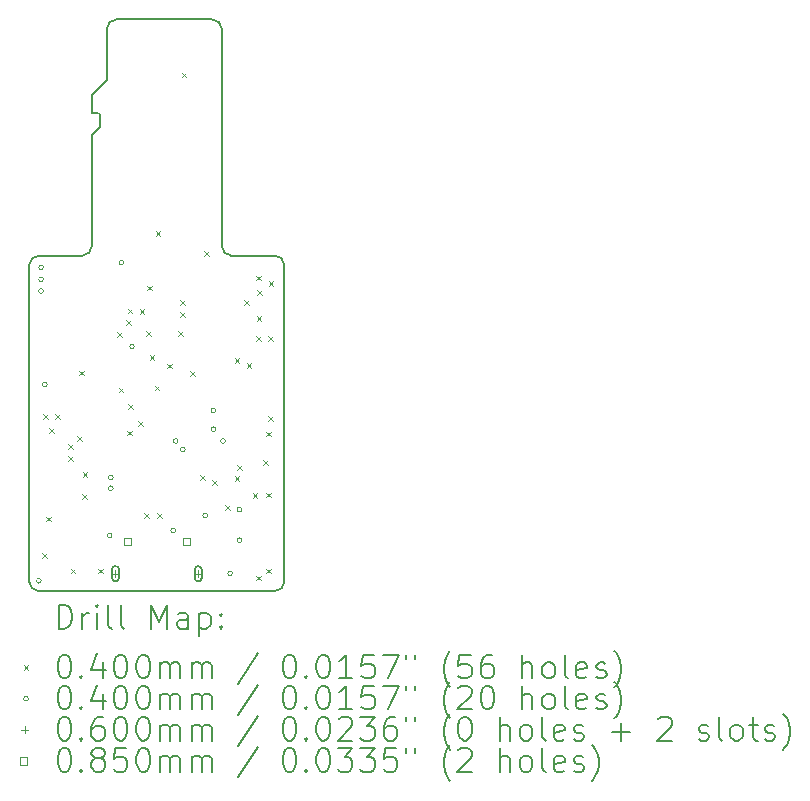
<source format=gbr>
%FSLAX45Y45*%
G04 Gerber Fmt 4.5, Leading zero omitted, Abs format (unit mm)*
G04 Created by KiCad (PCBNEW 6.0.6) date 2022-08-23 18:23:02*
%MOMM*%
%LPD*%
G01*
G04 APERTURE LIST*
%TA.AperFunction,Profile*%
%ADD10C,0.150000*%
%TD*%
%ADD11C,0.200000*%
%ADD12C,0.040000*%
%ADD13C,0.060000*%
%ADD14C,0.085000*%
G04 APERTURE END LIST*
D10*
X13720000Y-10470000D02*
G75*
G03*
X13640000Y-10550000I0J-80000D01*
G01*
X15800000Y-10550000D02*
G75*
G03*
X15720000Y-10470000I-80000J0D01*
G01*
X13640000Y-10550000D02*
X13640000Y-13230000D01*
X13640000Y-13230000D02*
G75*
G03*
X13720000Y-13310000I80000J0D01*
G01*
X15720000Y-13310000D02*
G75*
G03*
X15800000Y-13230000I0J80000D01*
G01*
X15800000Y-13230000D02*
X15800000Y-10550000D01*
X14090000Y-10470000D02*
X13720000Y-10470000D01*
X15720000Y-10470000D02*
X15350000Y-10470000D01*
X14170000Y-9890000D02*
X14170000Y-10390000D01*
X15270000Y-9890000D02*
X15270000Y-10390000D01*
X14170000Y-9450000D02*
X14170000Y-9890000D01*
X15270000Y-9890000D02*
X15270000Y-8550000D01*
X15270000Y-10390000D02*
G75*
G03*
X15350000Y-10470000I80000J0D01*
G01*
X14376000Y-8471000D02*
G75*
G03*
X14296000Y-8551000I0J-80000D01*
G01*
X13720000Y-13310000D02*
X15720000Y-13310000D01*
X14240000Y-9280000D02*
X14240000Y-9380000D01*
X14090000Y-10470000D02*
G75*
G03*
X14170000Y-10390000I0J80000D01*
G01*
X15270000Y-8550000D02*
G75*
G03*
X15189000Y-8471000I-80000J-1000D01*
G01*
X14240000Y-9380000D02*
X14170000Y-9450000D01*
X15189000Y-8471000D02*
X14376000Y-8471000D01*
X14169000Y-9110000D02*
X14169000Y-9260000D01*
X14169000Y-9260000D02*
X14219000Y-9260000D01*
X14296000Y-8983000D02*
X14296000Y-8551000D01*
X14240000Y-9280000D02*
G75*
G03*
X14219001Y-9260025I-20000J0D01*
G01*
X14296000Y-8983000D02*
X14169000Y-9110000D01*
D11*
D12*
X13750000Y-12990000D02*
X13790000Y-13030000D01*
X13790000Y-12990000D02*
X13750000Y-13030000D01*
X13758271Y-11811009D02*
X13798271Y-11851009D01*
X13798271Y-11811009D02*
X13758271Y-11851009D01*
X13784730Y-12680000D02*
X13824730Y-12720000D01*
X13824730Y-12680000D02*
X13784730Y-12720000D01*
X13810000Y-11930000D02*
X13850000Y-11970000D01*
X13850000Y-11930000D02*
X13810000Y-11970000D01*
X13857266Y-11810000D02*
X13897266Y-11850000D01*
X13897266Y-11810000D02*
X13857266Y-11850000D01*
X13970000Y-12170000D02*
X14010000Y-12210000D01*
X14010000Y-12170000D02*
X13970000Y-12210000D01*
X13971853Y-12066416D02*
X14011853Y-12106416D01*
X14011853Y-12066416D02*
X13971853Y-12106416D01*
X13990000Y-13120000D02*
X14030000Y-13160000D01*
X14030000Y-13120000D02*
X13990000Y-13160000D01*
X14045271Y-12000001D02*
X14085271Y-12040001D01*
X14085271Y-12000001D02*
X14045271Y-12040001D01*
X14060000Y-11445010D02*
X14100000Y-11485010D01*
X14100000Y-11445010D02*
X14060000Y-11485010D01*
X14090000Y-12490000D02*
X14130000Y-12530000D01*
X14130000Y-12490000D02*
X14090000Y-12530000D01*
X14092637Y-12305523D02*
X14132637Y-12345523D01*
X14132637Y-12305523D02*
X14092637Y-12345523D01*
X14225000Y-13120000D02*
X14265000Y-13160000D01*
X14265000Y-13120000D02*
X14225000Y-13160000D01*
X14381800Y-11115360D02*
X14421800Y-11155360D01*
X14421800Y-11115360D02*
X14381800Y-11155360D01*
X14397040Y-11587800D02*
X14437040Y-11627800D01*
X14437040Y-11587800D02*
X14397040Y-11627800D01*
X14463080Y-11018840D02*
X14503080Y-11058840D01*
X14503080Y-11018840D02*
X14463080Y-11058840D01*
X14467781Y-11951215D02*
X14507781Y-11991215D01*
X14507781Y-11951215D02*
X14467781Y-11991215D01*
X14473387Y-10920021D02*
X14513387Y-10960021D01*
X14513387Y-10920021D02*
X14473387Y-10960021D01*
X14475136Y-11726000D02*
X14515136Y-11766000D01*
X14515136Y-11726000D02*
X14475136Y-11766000D01*
X14560000Y-11870000D02*
X14600000Y-11910000D01*
X14600000Y-11870000D02*
X14560000Y-11910000D01*
X14574840Y-10922320D02*
X14614840Y-10962320D01*
X14614840Y-10922320D02*
X14574840Y-10962320D01*
X14610006Y-12650000D02*
X14650006Y-12690000D01*
X14650006Y-12650000D02*
X14610006Y-12690000D01*
X14630000Y-11110000D02*
X14670000Y-11150000D01*
X14670000Y-11110000D02*
X14630000Y-11150000D01*
X14641050Y-10724200D02*
X14681050Y-10764200D01*
X14681050Y-10724200D02*
X14641050Y-10764200D01*
X14660000Y-11310000D02*
X14700000Y-11350000D01*
X14700000Y-11310000D02*
X14660000Y-11350000D01*
X14702552Y-11570147D02*
X14742552Y-11610147D01*
X14742552Y-11570147D02*
X14702552Y-11610147D01*
X14710000Y-10260000D02*
X14750000Y-10300000D01*
X14750000Y-10260000D02*
X14710000Y-10300000D01*
X14720002Y-12650000D02*
X14760002Y-12690000D01*
X14760002Y-12650000D02*
X14720002Y-12690000D01*
X14810000Y-11384000D02*
X14850000Y-11424000D01*
X14850000Y-11384000D02*
X14810000Y-11424000D01*
X14900000Y-11112500D02*
X14940000Y-11152500D01*
X14940000Y-11112500D02*
X14900000Y-11152500D01*
X14920000Y-10850000D02*
X14960000Y-10890000D01*
X14960000Y-10850000D02*
X14920000Y-10890000D01*
X14920000Y-10950000D02*
X14960000Y-10990000D01*
X14960000Y-10950000D02*
X14920000Y-10990000D01*
X14930000Y-8920000D02*
X14970000Y-8960000D01*
X14970000Y-8920000D02*
X14930000Y-8960000D01*
X15000000Y-11450000D02*
X15040000Y-11490000D01*
X15040000Y-11450000D02*
X15000000Y-11490000D01*
X15085701Y-12329000D02*
X15125701Y-12369000D01*
X15125701Y-12329000D02*
X15085701Y-12369000D01*
X15120000Y-10430000D02*
X15160000Y-10470000D01*
X15160000Y-10430000D02*
X15120000Y-10470000D01*
X15191405Y-12371175D02*
X15231405Y-12411175D01*
X15231405Y-12371175D02*
X15191405Y-12411175D01*
X15300000Y-12580000D02*
X15340000Y-12620000D01*
X15340000Y-12580000D02*
X15300000Y-12620000D01*
X15380000Y-11340000D02*
X15420000Y-11380000D01*
X15420000Y-11340000D02*
X15380000Y-11380000D01*
X15380000Y-12340000D02*
X15420000Y-12380000D01*
X15420000Y-12340000D02*
X15380000Y-12380000D01*
X15400000Y-12242500D02*
X15440000Y-12282500D01*
X15440000Y-12242500D02*
X15400000Y-12282500D01*
X15460000Y-10850000D02*
X15500000Y-10890000D01*
X15500000Y-10850000D02*
X15460000Y-10890000D01*
X15480000Y-11380000D02*
X15520000Y-11420000D01*
X15520000Y-11380000D02*
X15480000Y-11420000D01*
X15531011Y-12478469D02*
X15571011Y-12518469D01*
X15571011Y-12478469D02*
X15531011Y-12518469D01*
X15560000Y-10640000D02*
X15600000Y-10680000D01*
X15600000Y-10640000D02*
X15560000Y-10680000D01*
X15560000Y-11150000D02*
X15600000Y-11190000D01*
X15600000Y-11150000D02*
X15560000Y-11190000D01*
X15560000Y-13180000D02*
X15600000Y-13220000D01*
X15600000Y-13180000D02*
X15560000Y-13220000D01*
X15565396Y-10982757D02*
X15605396Y-11022757D01*
X15605396Y-10982757D02*
X15565396Y-11022757D01*
X15570993Y-10760000D02*
X15610993Y-10800000D01*
X15610993Y-10760000D02*
X15570993Y-10800000D01*
X15622762Y-12200361D02*
X15662762Y-12240361D01*
X15662762Y-12200361D02*
X15622762Y-12240361D01*
X15644004Y-13120000D02*
X15684004Y-13160000D01*
X15684004Y-13120000D02*
X15644004Y-13160000D01*
X15644497Y-11960000D02*
X15684497Y-12000000D01*
X15684497Y-11960000D02*
X15644497Y-12000000D01*
X15646720Y-12476800D02*
X15686720Y-12516800D01*
X15686720Y-12476800D02*
X15646720Y-12516800D01*
X15660000Y-11150000D02*
X15700000Y-11190000D01*
X15700000Y-11150000D02*
X15660000Y-11190000D01*
X15660000Y-11830000D02*
X15700000Y-11870000D01*
X15700000Y-11830000D02*
X15660000Y-11870000D01*
X15667040Y-10683560D02*
X15707040Y-10723560D01*
X15707040Y-10683560D02*
X15667040Y-10723560D01*
X13741080Y-13223240D02*
G75*
G03*
X13741080Y-13223240I-20000J0D01*
G01*
X13760000Y-10570000D02*
G75*
G03*
X13760000Y-10570000I-20000J0D01*
G01*
X13760000Y-10670000D02*
G75*
G03*
X13760000Y-10670000I-20000J0D01*
G01*
X13760000Y-10770000D02*
G75*
G03*
X13760000Y-10770000I-20000J0D01*
G01*
X13792000Y-11562000D02*
G75*
G03*
X13792000Y-11562000I-20000J0D01*
G01*
X14340000Y-12840000D02*
G75*
G03*
X14340000Y-12840000I-20000J0D01*
G01*
X14350000Y-12350000D02*
G75*
G03*
X14350000Y-12350000I-20000J0D01*
G01*
X14350000Y-12440000D02*
G75*
G03*
X14350000Y-12440000I-20000J0D01*
G01*
X14440000Y-10530000D02*
G75*
G03*
X14440000Y-10530000I-20000J0D01*
G01*
X14530000Y-11240000D02*
G75*
G03*
X14530000Y-11240000I-20000J0D01*
G01*
X14879000Y-12796520D02*
G75*
G03*
X14879000Y-12796520I-20000J0D01*
G01*
X14900000Y-12040000D02*
G75*
G03*
X14900000Y-12040000I-20000J0D01*
G01*
X14960000Y-12110000D02*
G75*
G03*
X14960000Y-12110000I-20000J0D01*
G01*
X15150000Y-12670000D02*
G75*
G03*
X15150000Y-12670000I-20000J0D01*
G01*
X15219360Y-11780520D02*
G75*
G03*
X15219360Y-11780520I-20000J0D01*
G01*
X15220000Y-11940000D02*
G75*
G03*
X15220000Y-11940000I-20000J0D01*
G01*
X15300000Y-12040000D02*
G75*
G03*
X15300000Y-12040000I-20000J0D01*
G01*
X15360000Y-13160000D02*
G75*
G03*
X15360000Y-13160000I-20000J0D01*
G01*
X15440000Y-12620000D02*
G75*
G03*
X15440000Y-12620000I-20000J0D01*
G01*
X15440000Y-12880000D02*
G75*
G03*
X15440000Y-12880000I-20000J0D01*
G01*
D13*
X14370000Y-13134110D02*
X14370000Y-13194110D01*
X14340000Y-13164110D02*
X14400000Y-13164110D01*
D11*
X14400000Y-13199110D02*
X14400000Y-13129110D01*
X14340000Y-13199110D02*
X14340000Y-13129110D01*
X14400000Y-13129110D02*
G75*
G03*
X14340000Y-13129110I-30000J0D01*
G01*
X14340000Y-13199110D02*
G75*
G03*
X14400000Y-13199110I30000J0D01*
G01*
D13*
X15070000Y-13134110D02*
X15070000Y-13194110D01*
X15040000Y-13164110D02*
X15100000Y-13164110D01*
D11*
X15040000Y-13129110D02*
X15040000Y-13199110D01*
X15100000Y-13129110D02*
X15100000Y-13199110D01*
X15040000Y-13199110D02*
G75*
G03*
X15100000Y-13199110I30000J0D01*
G01*
X15100000Y-13129110D02*
G75*
G03*
X15040000Y-13129110I-30000J0D01*
G01*
D14*
X14500052Y-12924162D02*
X14500052Y-12864058D01*
X14439948Y-12864058D01*
X14439948Y-12924162D01*
X14500052Y-12924162D01*
X15000052Y-12924162D02*
X15000052Y-12864058D01*
X14939948Y-12864058D01*
X14939948Y-12924162D01*
X15000052Y-12924162D01*
D11*
X13890119Y-13627976D02*
X13890119Y-13427976D01*
X13937738Y-13427976D01*
X13966309Y-13437500D01*
X13985357Y-13456548D01*
X13994881Y-13475595D01*
X14004405Y-13513690D01*
X14004405Y-13542262D01*
X13994881Y-13580357D01*
X13985357Y-13599405D01*
X13966309Y-13618452D01*
X13937738Y-13627976D01*
X13890119Y-13627976D01*
X14090119Y-13627976D02*
X14090119Y-13494643D01*
X14090119Y-13532738D02*
X14099643Y-13513690D01*
X14109167Y-13504167D01*
X14128214Y-13494643D01*
X14147262Y-13494643D01*
X14213928Y-13627976D02*
X14213928Y-13494643D01*
X14213928Y-13427976D02*
X14204405Y-13437500D01*
X14213928Y-13447024D01*
X14223452Y-13437500D01*
X14213928Y-13427976D01*
X14213928Y-13447024D01*
X14337738Y-13627976D02*
X14318690Y-13618452D01*
X14309167Y-13599405D01*
X14309167Y-13427976D01*
X14442500Y-13627976D02*
X14423452Y-13618452D01*
X14413928Y-13599405D01*
X14413928Y-13427976D01*
X14671071Y-13627976D02*
X14671071Y-13427976D01*
X14737738Y-13570833D01*
X14804405Y-13427976D01*
X14804405Y-13627976D01*
X14985357Y-13627976D02*
X14985357Y-13523214D01*
X14975833Y-13504167D01*
X14956786Y-13494643D01*
X14918690Y-13494643D01*
X14899643Y-13504167D01*
X14985357Y-13618452D02*
X14966309Y-13627976D01*
X14918690Y-13627976D01*
X14899643Y-13618452D01*
X14890119Y-13599405D01*
X14890119Y-13580357D01*
X14899643Y-13561309D01*
X14918690Y-13551786D01*
X14966309Y-13551786D01*
X14985357Y-13542262D01*
X15080595Y-13494643D02*
X15080595Y-13694643D01*
X15080595Y-13504167D02*
X15099643Y-13494643D01*
X15137738Y-13494643D01*
X15156786Y-13504167D01*
X15166309Y-13513690D01*
X15175833Y-13532738D01*
X15175833Y-13589881D01*
X15166309Y-13608928D01*
X15156786Y-13618452D01*
X15137738Y-13627976D01*
X15099643Y-13627976D01*
X15080595Y-13618452D01*
X15261548Y-13608928D02*
X15271071Y-13618452D01*
X15261548Y-13627976D01*
X15252024Y-13618452D01*
X15261548Y-13608928D01*
X15261548Y-13627976D01*
X15261548Y-13504167D02*
X15271071Y-13513690D01*
X15261548Y-13523214D01*
X15252024Y-13513690D01*
X15261548Y-13504167D01*
X15261548Y-13523214D01*
D12*
X13592500Y-13937500D02*
X13632500Y-13977500D01*
X13632500Y-13937500D02*
X13592500Y-13977500D01*
D11*
X13928214Y-13847976D02*
X13947262Y-13847976D01*
X13966309Y-13857500D01*
X13975833Y-13867024D01*
X13985357Y-13886071D01*
X13994881Y-13924167D01*
X13994881Y-13971786D01*
X13985357Y-14009881D01*
X13975833Y-14028928D01*
X13966309Y-14038452D01*
X13947262Y-14047976D01*
X13928214Y-14047976D01*
X13909167Y-14038452D01*
X13899643Y-14028928D01*
X13890119Y-14009881D01*
X13880595Y-13971786D01*
X13880595Y-13924167D01*
X13890119Y-13886071D01*
X13899643Y-13867024D01*
X13909167Y-13857500D01*
X13928214Y-13847976D01*
X14080595Y-14028928D02*
X14090119Y-14038452D01*
X14080595Y-14047976D01*
X14071071Y-14038452D01*
X14080595Y-14028928D01*
X14080595Y-14047976D01*
X14261548Y-13914643D02*
X14261548Y-14047976D01*
X14213928Y-13838452D02*
X14166309Y-13981309D01*
X14290119Y-13981309D01*
X14404405Y-13847976D02*
X14423452Y-13847976D01*
X14442500Y-13857500D01*
X14452024Y-13867024D01*
X14461548Y-13886071D01*
X14471071Y-13924167D01*
X14471071Y-13971786D01*
X14461548Y-14009881D01*
X14452024Y-14028928D01*
X14442500Y-14038452D01*
X14423452Y-14047976D01*
X14404405Y-14047976D01*
X14385357Y-14038452D01*
X14375833Y-14028928D01*
X14366309Y-14009881D01*
X14356786Y-13971786D01*
X14356786Y-13924167D01*
X14366309Y-13886071D01*
X14375833Y-13867024D01*
X14385357Y-13857500D01*
X14404405Y-13847976D01*
X14594881Y-13847976D02*
X14613928Y-13847976D01*
X14632976Y-13857500D01*
X14642500Y-13867024D01*
X14652024Y-13886071D01*
X14661548Y-13924167D01*
X14661548Y-13971786D01*
X14652024Y-14009881D01*
X14642500Y-14028928D01*
X14632976Y-14038452D01*
X14613928Y-14047976D01*
X14594881Y-14047976D01*
X14575833Y-14038452D01*
X14566309Y-14028928D01*
X14556786Y-14009881D01*
X14547262Y-13971786D01*
X14547262Y-13924167D01*
X14556786Y-13886071D01*
X14566309Y-13867024D01*
X14575833Y-13857500D01*
X14594881Y-13847976D01*
X14747262Y-14047976D02*
X14747262Y-13914643D01*
X14747262Y-13933690D02*
X14756786Y-13924167D01*
X14775833Y-13914643D01*
X14804405Y-13914643D01*
X14823452Y-13924167D01*
X14832976Y-13943214D01*
X14832976Y-14047976D01*
X14832976Y-13943214D02*
X14842500Y-13924167D01*
X14861548Y-13914643D01*
X14890119Y-13914643D01*
X14909167Y-13924167D01*
X14918690Y-13943214D01*
X14918690Y-14047976D01*
X15013928Y-14047976D02*
X15013928Y-13914643D01*
X15013928Y-13933690D02*
X15023452Y-13924167D01*
X15042500Y-13914643D01*
X15071071Y-13914643D01*
X15090119Y-13924167D01*
X15099643Y-13943214D01*
X15099643Y-14047976D01*
X15099643Y-13943214D02*
X15109167Y-13924167D01*
X15128214Y-13914643D01*
X15156786Y-13914643D01*
X15175833Y-13924167D01*
X15185357Y-13943214D01*
X15185357Y-14047976D01*
X15575833Y-13838452D02*
X15404405Y-14095595D01*
X15832976Y-13847976D02*
X15852024Y-13847976D01*
X15871071Y-13857500D01*
X15880595Y-13867024D01*
X15890119Y-13886071D01*
X15899643Y-13924167D01*
X15899643Y-13971786D01*
X15890119Y-14009881D01*
X15880595Y-14028928D01*
X15871071Y-14038452D01*
X15852024Y-14047976D01*
X15832976Y-14047976D01*
X15813928Y-14038452D01*
X15804405Y-14028928D01*
X15794881Y-14009881D01*
X15785357Y-13971786D01*
X15785357Y-13924167D01*
X15794881Y-13886071D01*
X15804405Y-13867024D01*
X15813928Y-13857500D01*
X15832976Y-13847976D01*
X15985357Y-14028928D02*
X15994881Y-14038452D01*
X15985357Y-14047976D01*
X15975833Y-14038452D01*
X15985357Y-14028928D01*
X15985357Y-14047976D01*
X16118690Y-13847976D02*
X16137738Y-13847976D01*
X16156786Y-13857500D01*
X16166309Y-13867024D01*
X16175833Y-13886071D01*
X16185357Y-13924167D01*
X16185357Y-13971786D01*
X16175833Y-14009881D01*
X16166309Y-14028928D01*
X16156786Y-14038452D01*
X16137738Y-14047976D01*
X16118690Y-14047976D01*
X16099643Y-14038452D01*
X16090119Y-14028928D01*
X16080595Y-14009881D01*
X16071071Y-13971786D01*
X16071071Y-13924167D01*
X16080595Y-13886071D01*
X16090119Y-13867024D01*
X16099643Y-13857500D01*
X16118690Y-13847976D01*
X16375833Y-14047976D02*
X16261548Y-14047976D01*
X16318690Y-14047976D02*
X16318690Y-13847976D01*
X16299643Y-13876548D01*
X16280595Y-13895595D01*
X16261548Y-13905119D01*
X16556786Y-13847976D02*
X16461548Y-13847976D01*
X16452024Y-13943214D01*
X16461548Y-13933690D01*
X16480595Y-13924167D01*
X16528214Y-13924167D01*
X16547262Y-13933690D01*
X16556786Y-13943214D01*
X16566309Y-13962262D01*
X16566309Y-14009881D01*
X16556786Y-14028928D01*
X16547262Y-14038452D01*
X16528214Y-14047976D01*
X16480595Y-14047976D01*
X16461548Y-14038452D01*
X16452024Y-14028928D01*
X16632976Y-13847976D02*
X16766309Y-13847976D01*
X16680595Y-14047976D01*
X16832976Y-13847976D02*
X16832976Y-13886071D01*
X16909167Y-13847976D02*
X16909167Y-13886071D01*
X17204405Y-14124167D02*
X17194881Y-14114643D01*
X17175833Y-14086071D01*
X17166310Y-14067024D01*
X17156786Y-14038452D01*
X17147262Y-13990833D01*
X17147262Y-13952738D01*
X17156786Y-13905119D01*
X17166310Y-13876548D01*
X17175833Y-13857500D01*
X17194881Y-13828928D01*
X17204405Y-13819405D01*
X17375833Y-13847976D02*
X17280595Y-13847976D01*
X17271071Y-13943214D01*
X17280595Y-13933690D01*
X17299643Y-13924167D01*
X17347262Y-13924167D01*
X17366310Y-13933690D01*
X17375833Y-13943214D01*
X17385357Y-13962262D01*
X17385357Y-14009881D01*
X17375833Y-14028928D01*
X17366310Y-14038452D01*
X17347262Y-14047976D01*
X17299643Y-14047976D01*
X17280595Y-14038452D01*
X17271071Y-14028928D01*
X17556786Y-13847976D02*
X17518690Y-13847976D01*
X17499643Y-13857500D01*
X17490119Y-13867024D01*
X17471071Y-13895595D01*
X17461548Y-13933690D01*
X17461548Y-14009881D01*
X17471071Y-14028928D01*
X17480595Y-14038452D01*
X17499643Y-14047976D01*
X17537738Y-14047976D01*
X17556786Y-14038452D01*
X17566310Y-14028928D01*
X17575833Y-14009881D01*
X17575833Y-13962262D01*
X17566310Y-13943214D01*
X17556786Y-13933690D01*
X17537738Y-13924167D01*
X17499643Y-13924167D01*
X17480595Y-13933690D01*
X17471071Y-13943214D01*
X17461548Y-13962262D01*
X17813929Y-14047976D02*
X17813929Y-13847976D01*
X17899643Y-14047976D02*
X17899643Y-13943214D01*
X17890119Y-13924167D01*
X17871071Y-13914643D01*
X17842500Y-13914643D01*
X17823452Y-13924167D01*
X17813929Y-13933690D01*
X18023452Y-14047976D02*
X18004405Y-14038452D01*
X17994881Y-14028928D01*
X17985357Y-14009881D01*
X17985357Y-13952738D01*
X17994881Y-13933690D01*
X18004405Y-13924167D01*
X18023452Y-13914643D01*
X18052024Y-13914643D01*
X18071071Y-13924167D01*
X18080595Y-13933690D01*
X18090119Y-13952738D01*
X18090119Y-14009881D01*
X18080595Y-14028928D01*
X18071071Y-14038452D01*
X18052024Y-14047976D01*
X18023452Y-14047976D01*
X18204405Y-14047976D02*
X18185357Y-14038452D01*
X18175833Y-14019405D01*
X18175833Y-13847976D01*
X18356786Y-14038452D02*
X18337738Y-14047976D01*
X18299643Y-14047976D01*
X18280595Y-14038452D01*
X18271071Y-14019405D01*
X18271071Y-13943214D01*
X18280595Y-13924167D01*
X18299643Y-13914643D01*
X18337738Y-13914643D01*
X18356786Y-13924167D01*
X18366310Y-13943214D01*
X18366310Y-13962262D01*
X18271071Y-13981309D01*
X18442500Y-14038452D02*
X18461548Y-14047976D01*
X18499643Y-14047976D01*
X18518690Y-14038452D01*
X18528214Y-14019405D01*
X18528214Y-14009881D01*
X18518690Y-13990833D01*
X18499643Y-13981309D01*
X18471071Y-13981309D01*
X18452024Y-13971786D01*
X18442500Y-13952738D01*
X18442500Y-13943214D01*
X18452024Y-13924167D01*
X18471071Y-13914643D01*
X18499643Y-13914643D01*
X18518690Y-13924167D01*
X18594881Y-14124167D02*
X18604405Y-14114643D01*
X18623452Y-14086071D01*
X18632976Y-14067024D01*
X18642500Y-14038452D01*
X18652024Y-13990833D01*
X18652024Y-13952738D01*
X18642500Y-13905119D01*
X18632976Y-13876548D01*
X18623452Y-13857500D01*
X18604405Y-13828928D01*
X18594881Y-13819405D01*
D12*
X13632500Y-14221500D02*
G75*
G03*
X13632500Y-14221500I-20000J0D01*
G01*
D11*
X13928214Y-14111976D02*
X13947262Y-14111976D01*
X13966309Y-14121500D01*
X13975833Y-14131024D01*
X13985357Y-14150071D01*
X13994881Y-14188167D01*
X13994881Y-14235786D01*
X13985357Y-14273881D01*
X13975833Y-14292928D01*
X13966309Y-14302452D01*
X13947262Y-14311976D01*
X13928214Y-14311976D01*
X13909167Y-14302452D01*
X13899643Y-14292928D01*
X13890119Y-14273881D01*
X13880595Y-14235786D01*
X13880595Y-14188167D01*
X13890119Y-14150071D01*
X13899643Y-14131024D01*
X13909167Y-14121500D01*
X13928214Y-14111976D01*
X14080595Y-14292928D02*
X14090119Y-14302452D01*
X14080595Y-14311976D01*
X14071071Y-14302452D01*
X14080595Y-14292928D01*
X14080595Y-14311976D01*
X14261548Y-14178643D02*
X14261548Y-14311976D01*
X14213928Y-14102452D02*
X14166309Y-14245309D01*
X14290119Y-14245309D01*
X14404405Y-14111976D02*
X14423452Y-14111976D01*
X14442500Y-14121500D01*
X14452024Y-14131024D01*
X14461548Y-14150071D01*
X14471071Y-14188167D01*
X14471071Y-14235786D01*
X14461548Y-14273881D01*
X14452024Y-14292928D01*
X14442500Y-14302452D01*
X14423452Y-14311976D01*
X14404405Y-14311976D01*
X14385357Y-14302452D01*
X14375833Y-14292928D01*
X14366309Y-14273881D01*
X14356786Y-14235786D01*
X14356786Y-14188167D01*
X14366309Y-14150071D01*
X14375833Y-14131024D01*
X14385357Y-14121500D01*
X14404405Y-14111976D01*
X14594881Y-14111976D02*
X14613928Y-14111976D01*
X14632976Y-14121500D01*
X14642500Y-14131024D01*
X14652024Y-14150071D01*
X14661548Y-14188167D01*
X14661548Y-14235786D01*
X14652024Y-14273881D01*
X14642500Y-14292928D01*
X14632976Y-14302452D01*
X14613928Y-14311976D01*
X14594881Y-14311976D01*
X14575833Y-14302452D01*
X14566309Y-14292928D01*
X14556786Y-14273881D01*
X14547262Y-14235786D01*
X14547262Y-14188167D01*
X14556786Y-14150071D01*
X14566309Y-14131024D01*
X14575833Y-14121500D01*
X14594881Y-14111976D01*
X14747262Y-14311976D02*
X14747262Y-14178643D01*
X14747262Y-14197690D02*
X14756786Y-14188167D01*
X14775833Y-14178643D01*
X14804405Y-14178643D01*
X14823452Y-14188167D01*
X14832976Y-14207214D01*
X14832976Y-14311976D01*
X14832976Y-14207214D02*
X14842500Y-14188167D01*
X14861548Y-14178643D01*
X14890119Y-14178643D01*
X14909167Y-14188167D01*
X14918690Y-14207214D01*
X14918690Y-14311976D01*
X15013928Y-14311976D02*
X15013928Y-14178643D01*
X15013928Y-14197690D02*
X15023452Y-14188167D01*
X15042500Y-14178643D01*
X15071071Y-14178643D01*
X15090119Y-14188167D01*
X15099643Y-14207214D01*
X15099643Y-14311976D01*
X15099643Y-14207214D02*
X15109167Y-14188167D01*
X15128214Y-14178643D01*
X15156786Y-14178643D01*
X15175833Y-14188167D01*
X15185357Y-14207214D01*
X15185357Y-14311976D01*
X15575833Y-14102452D02*
X15404405Y-14359595D01*
X15832976Y-14111976D02*
X15852024Y-14111976D01*
X15871071Y-14121500D01*
X15880595Y-14131024D01*
X15890119Y-14150071D01*
X15899643Y-14188167D01*
X15899643Y-14235786D01*
X15890119Y-14273881D01*
X15880595Y-14292928D01*
X15871071Y-14302452D01*
X15852024Y-14311976D01*
X15832976Y-14311976D01*
X15813928Y-14302452D01*
X15804405Y-14292928D01*
X15794881Y-14273881D01*
X15785357Y-14235786D01*
X15785357Y-14188167D01*
X15794881Y-14150071D01*
X15804405Y-14131024D01*
X15813928Y-14121500D01*
X15832976Y-14111976D01*
X15985357Y-14292928D02*
X15994881Y-14302452D01*
X15985357Y-14311976D01*
X15975833Y-14302452D01*
X15985357Y-14292928D01*
X15985357Y-14311976D01*
X16118690Y-14111976D02*
X16137738Y-14111976D01*
X16156786Y-14121500D01*
X16166309Y-14131024D01*
X16175833Y-14150071D01*
X16185357Y-14188167D01*
X16185357Y-14235786D01*
X16175833Y-14273881D01*
X16166309Y-14292928D01*
X16156786Y-14302452D01*
X16137738Y-14311976D01*
X16118690Y-14311976D01*
X16099643Y-14302452D01*
X16090119Y-14292928D01*
X16080595Y-14273881D01*
X16071071Y-14235786D01*
X16071071Y-14188167D01*
X16080595Y-14150071D01*
X16090119Y-14131024D01*
X16099643Y-14121500D01*
X16118690Y-14111976D01*
X16375833Y-14311976D02*
X16261548Y-14311976D01*
X16318690Y-14311976D02*
X16318690Y-14111976D01*
X16299643Y-14140548D01*
X16280595Y-14159595D01*
X16261548Y-14169119D01*
X16556786Y-14111976D02*
X16461548Y-14111976D01*
X16452024Y-14207214D01*
X16461548Y-14197690D01*
X16480595Y-14188167D01*
X16528214Y-14188167D01*
X16547262Y-14197690D01*
X16556786Y-14207214D01*
X16566309Y-14226262D01*
X16566309Y-14273881D01*
X16556786Y-14292928D01*
X16547262Y-14302452D01*
X16528214Y-14311976D01*
X16480595Y-14311976D01*
X16461548Y-14302452D01*
X16452024Y-14292928D01*
X16632976Y-14111976D02*
X16766309Y-14111976D01*
X16680595Y-14311976D01*
X16832976Y-14111976D02*
X16832976Y-14150071D01*
X16909167Y-14111976D02*
X16909167Y-14150071D01*
X17204405Y-14388167D02*
X17194881Y-14378643D01*
X17175833Y-14350071D01*
X17166310Y-14331024D01*
X17156786Y-14302452D01*
X17147262Y-14254833D01*
X17147262Y-14216738D01*
X17156786Y-14169119D01*
X17166310Y-14140548D01*
X17175833Y-14121500D01*
X17194881Y-14092928D01*
X17204405Y-14083405D01*
X17271071Y-14131024D02*
X17280595Y-14121500D01*
X17299643Y-14111976D01*
X17347262Y-14111976D01*
X17366310Y-14121500D01*
X17375833Y-14131024D01*
X17385357Y-14150071D01*
X17385357Y-14169119D01*
X17375833Y-14197690D01*
X17261548Y-14311976D01*
X17385357Y-14311976D01*
X17509167Y-14111976D02*
X17528214Y-14111976D01*
X17547262Y-14121500D01*
X17556786Y-14131024D01*
X17566310Y-14150071D01*
X17575833Y-14188167D01*
X17575833Y-14235786D01*
X17566310Y-14273881D01*
X17556786Y-14292928D01*
X17547262Y-14302452D01*
X17528214Y-14311976D01*
X17509167Y-14311976D01*
X17490119Y-14302452D01*
X17480595Y-14292928D01*
X17471071Y-14273881D01*
X17461548Y-14235786D01*
X17461548Y-14188167D01*
X17471071Y-14150071D01*
X17480595Y-14131024D01*
X17490119Y-14121500D01*
X17509167Y-14111976D01*
X17813929Y-14311976D02*
X17813929Y-14111976D01*
X17899643Y-14311976D02*
X17899643Y-14207214D01*
X17890119Y-14188167D01*
X17871071Y-14178643D01*
X17842500Y-14178643D01*
X17823452Y-14188167D01*
X17813929Y-14197690D01*
X18023452Y-14311976D02*
X18004405Y-14302452D01*
X17994881Y-14292928D01*
X17985357Y-14273881D01*
X17985357Y-14216738D01*
X17994881Y-14197690D01*
X18004405Y-14188167D01*
X18023452Y-14178643D01*
X18052024Y-14178643D01*
X18071071Y-14188167D01*
X18080595Y-14197690D01*
X18090119Y-14216738D01*
X18090119Y-14273881D01*
X18080595Y-14292928D01*
X18071071Y-14302452D01*
X18052024Y-14311976D01*
X18023452Y-14311976D01*
X18204405Y-14311976D02*
X18185357Y-14302452D01*
X18175833Y-14283405D01*
X18175833Y-14111976D01*
X18356786Y-14302452D02*
X18337738Y-14311976D01*
X18299643Y-14311976D01*
X18280595Y-14302452D01*
X18271071Y-14283405D01*
X18271071Y-14207214D01*
X18280595Y-14188167D01*
X18299643Y-14178643D01*
X18337738Y-14178643D01*
X18356786Y-14188167D01*
X18366310Y-14207214D01*
X18366310Y-14226262D01*
X18271071Y-14245309D01*
X18442500Y-14302452D02*
X18461548Y-14311976D01*
X18499643Y-14311976D01*
X18518690Y-14302452D01*
X18528214Y-14283405D01*
X18528214Y-14273881D01*
X18518690Y-14254833D01*
X18499643Y-14245309D01*
X18471071Y-14245309D01*
X18452024Y-14235786D01*
X18442500Y-14216738D01*
X18442500Y-14207214D01*
X18452024Y-14188167D01*
X18471071Y-14178643D01*
X18499643Y-14178643D01*
X18518690Y-14188167D01*
X18594881Y-14388167D02*
X18604405Y-14378643D01*
X18623452Y-14350071D01*
X18632976Y-14331024D01*
X18642500Y-14302452D01*
X18652024Y-14254833D01*
X18652024Y-14216738D01*
X18642500Y-14169119D01*
X18632976Y-14140548D01*
X18623452Y-14121500D01*
X18604405Y-14092928D01*
X18594881Y-14083405D01*
D13*
X13602500Y-14455500D02*
X13602500Y-14515500D01*
X13572500Y-14485500D02*
X13632500Y-14485500D01*
D11*
X13928214Y-14375976D02*
X13947262Y-14375976D01*
X13966309Y-14385500D01*
X13975833Y-14395024D01*
X13985357Y-14414071D01*
X13994881Y-14452167D01*
X13994881Y-14499786D01*
X13985357Y-14537881D01*
X13975833Y-14556928D01*
X13966309Y-14566452D01*
X13947262Y-14575976D01*
X13928214Y-14575976D01*
X13909167Y-14566452D01*
X13899643Y-14556928D01*
X13890119Y-14537881D01*
X13880595Y-14499786D01*
X13880595Y-14452167D01*
X13890119Y-14414071D01*
X13899643Y-14395024D01*
X13909167Y-14385500D01*
X13928214Y-14375976D01*
X14080595Y-14556928D02*
X14090119Y-14566452D01*
X14080595Y-14575976D01*
X14071071Y-14566452D01*
X14080595Y-14556928D01*
X14080595Y-14575976D01*
X14261548Y-14375976D02*
X14223452Y-14375976D01*
X14204405Y-14385500D01*
X14194881Y-14395024D01*
X14175833Y-14423595D01*
X14166309Y-14461690D01*
X14166309Y-14537881D01*
X14175833Y-14556928D01*
X14185357Y-14566452D01*
X14204405Y-14575976D01*
X14242500Y-14575976D01*
X14261548Y-14566452D01*
X14271071Y-14556928D01*
X14280595Y-14537881D01*
X14280595Y-14490262D01*
X14271071Y-14471214D01*
X14261548Y-14461690D01*
X14242500Y-14452167D01*
X14204405Y-14452167D01*
X14185357Y-14461690D01*
X14175833Y-14471214D01*
X14166309Y-14490262D01*
X14404405Y-14375976D02*
X14423452Y-14375976D01*
X14442500Y-14385500D01*
X14452024Y-14395024D01*
X14461548Y-14414071D01*
X14471071Y-14452167D01*
X14471071Y-14499786D01*
X14461548Y-14537881D01*
X14452024Y-14556928D01*
X14442500Y-14566452D01*
X14423452Y-14575976D01*
X14404405Y-14575976D01*
X14385357Y-14566452D01*
X14375833Y-14556928D01*
X14366309Y-14537881D01*
X14356786Y-14499786D01*
X14356786Y-14452167D01*
X14366309Y-14414071D01*
X14375833Y-14395024D01*
X14385357Y-14385500D01*
X14404405Y-14375976D01*
X14594881Y-14375976D02*
X14613928Y-14375976D01*
X14632976Y-14385500D01*
X14642500Y-14395024D01*
X14652024Y-14414071D01*
X14661548Y-14452167D01*
X14661548Y-14499786D01*
X14652024Y-14537881D01*
X14642500Y-14556928D01*
X14632976Y-14566452D01*
X14613928Y-14575976D01*
X14594881Y-14575976D01*
X14575833Y-14566452D01*
X14566309Y-14556928D01*
X14556786Y-14537881D01*
X14547262Y-14499786D01*
X14547262Y-14452167D01*
X14556786Y-14414071D01*
X14566309Y-14395024D01*
X14575833Y-14385500D01*
X14594881Y-14375976D01*
X14747262Y-14575976D02*
X14747262Y-14442643D01*
X14747262Y-14461690D02*
X14756786Y-14452167D01*
X14775833Y-14442643D01*
X14804405Y-14442643D01*
X14823452Y-14452167D01*
X14832976Y-14471214D01*
X14832976Y-14575976D01*
X14832976Y-14471214D02*
X14842500Y-14452167D01*
X14861548Y-14442643D01*
X14890119Y-14442643D01*
X14909167Y-14452167D01*
X14918690Y-14471214D01*
X14918690Y-14575976D01*
X15013928Y-14575976D02*
X15013928Y-14442643D01*
X15013928Y-14461690D02*
X15023452Y-14452167D01*
X15042500Y-14442643D01*
X15071071Y-14442643D01*
X15090119Y-14452167D01*
X15099643Y-14471214D01*
X15099643Y-14575976D01*
X15099643Y-14471214D02*
X15109167Y-14452167D01*
X15128214Y-14442643D01*
X15156786Y-14442643D01*
X15175833Y-14452167D01*
X15185357Y-14471214D01*
X15185357Y-14575976D01*
X15575833Y-14366452D02*
X15404405Y-14623595D01*
X15832976Y-14375976D02*
X15852024Y-14375976D01*
X15871071Y-14385500D01*
X15880595Y-14395024D01*
X15890119Y-14414071D01*
X15899643Y-14452167D01*
X15899643Y-14499786D01*
X15890119Y-14537881D01*
X15880595Y-14556928D01*
X15871071Y-14566452D01*
X15852024Y-14575976D01*
X15832976Y-14575976D01*
X15813928Y-14566452D01*
X15804405Y-14556928D01*
X15794881Y-14537881D01*
X15785357Y-14499786D01*
X15785357Y-14452167D01*
X15794881Y-14414071D01*
X15804405Y-14395024D01*
X15813928Y-14385500D01*
X15832976Y-14375976D01*
X15985357Y-14556928D02*
X15994881Y-14566452D01*
X15985357Y-14575976D01*
X15975833Y-14566452D01*
X15985357Y-14556928D01*
X15985357Y-14575976D01*
X16118690Y-14375976D02*
X16137738Y-14375976D01*
X16156786Y-14385500D01*
X16166309Y-14395024D01*
X16175833Y-14414071D01*
X16185357Y-14452167D01*
X16185357Y-14499786D01*
X16175833Y-14537881D01*
X16166309Y-14556928D01*
X16156786Y-14566452D01*
X16137738Y-14575976D01*
X16118690Y-14575976D01*
X16099643Y-14566452D01*
X16090119Y-14556928D01*
X16080595Y-14537881D01*
X16071071Y-14499786D01*
X16071071Y-14452167D01*
X16080595Y-14414071D01*
X16090119Y-14395024D01*
X16099643Y-14385500D01*
X16118690Y-14375976D01*
X16261548Y-14395024D02*
X16271071Y-14385500D01*
X16290119Y-14375976D01*
X16337738Y-14375976D01*
X16356786Y-14385500D01*
X16366309Y-14395024D01*
X16375833Y-14414071D01*
X16375833Y-14433119D01*
X16366309Y-14461690D01*
X16252024Y-14575976D01*
X16375833Y-14575976D01*
X16442500Y-14375976D02*
X16566309Y-14375976D01*
X16499643Y-14452167D01*
X16528214Y-14452167D01*
X16547262Y-14461690D01*
X16556786Y-14471214D01*
X16566309Y-14490262D01*
X16566309Y-14537881D01*
X16556786Y-14556928D01*
X16547262Y-14566452D01*
X16528214Y-14575976D01*
X16471071Y-14575976D01*
X16452024Y-14566452D01*
X16442500Y-14556928D01*
X16737738Y-14375976D02*
X16699643Y-14375976D01*
X16680595Y-14385500D01*
X16671071Y-14395024D01*
X16652024Y-14423595D01*
X16642500Y-14461690D01*
X16642500Y-14537881D01*
X16652024Y-14556928D01*
X16661548Y-14566452D01*
X16680595Y-14575976D01*
X16718690Y-14575976D01*
X16737738Y-14566452D01*
X16747262Y-14556928D01*
X16756786Y-14537881D01*
X16756786Y-14490262D01*
X16747262Y-14471214D01*
X16737738Y-14461690D01*
X16718690Y-14452167D01*
X16680595Y-14452167D01*
X16661548Y-14461690D01*
X16652024Y-14471214D01*
X16642500Y-14490262D01*
X16832976Y-14375976D02*
X16832976Y-14414071D01*
X16909167Y-14375976D02*
X16909167Y-14414071D01*
X17204405Y-14652167D02*
X17194881Y-14642643D01*
X17175833Y-14614071D01*
X17166310Y-14595024D01*
X17156786Y-14566452D01*
X17147262Y-14518833D01*
X17147262Y-14480738D01*
X17156786Y-14433119D01*
X17166310Y-14404548D01*
X17175833Y-14385500D01*
X17194881Y-14356928D01*
X17204405Y-14347405D01*
X17318690Y-14375976D02*
X17337738Y-14375976D01*
X17356786Y-14385500D01*
X17366310Y-14395024D01*
X17375833Y-14414071D01*
X17385357Y-14452167D01*
X17385357Y-14499786D01*
X17375833Y-14537881D01*
X17366310Y-14556928D01*
X17356786Y-14566452D01*
X17337738Y-14575976D01*
X17318690Y-14575976D01*
X17299643Y-14566452D01*
X17290119Y-14556928D01*
X17280595Y-14537881D01*
X17271071Y-14499786D01*
X17271071Y-14452167D01*
X17280595Y-14414071D01*
X17290119Y-14395024D01*
X17299643Y-14385500D01*
X17318690Y-14375976D01*
X17623452Y-14575976D02*
X17623452Y-14375976D01*
X17709167Y-14575976D02*
X17709167Y-14471214D01*
X17699643Y-14452167D01*
X17680595Y-14442643D01*
X17652024Y-14442643D01*
X17632976Y-14452167D01*
X17623452Y-14461690D01*
X17832976Y-14575976D02*
X17813929Y-14566452D01*
X17804405Y-14556928D01*
X17794881Y-14537881D01*
X17794881Y-14480738D01*
X17804405Y-14461690D01*
X17813929Y-14452167D01*
X17832976Y-14442643D01*
X17861548Y-14442643D01*
X17880595Y-14452167D01*
X17890119Y-14461690D01*
X17899643Y-14480738D01*
X17899643Y-14537881D01*
X17890119Y-14556928D01*
X17880595Y-14566452D01*
X17861548Y-14575976D01*
X17832976Y-14575976D01*
X18013929Y-14575976D02*
X17994881Y-14566452D01*
X17985357Y-14547405D01*
X17985357Y-14375976D01*
X18166310Y-14566452D02*
X18147262Y-14575976D01*
X18109167Y-14575976D01*
X18090119Y-14566452D01*
X18080595Y-14547405D01*
X18080595Y-14471214D01*
X18090119Y-14452167D01*
X18109167Y-14442643D01*
X18147262Y-14442643D01*
X18166310Y-14452167D01*
X18175833Y-14471214D01*
X18175833Y-14490262D01*
X18080595Y-14509309D01*
X18252024Y-14566452D02*
X18271071Y-14575976D01*
X18309167Y-14575976D01*
X18328214Y-14566452D01*
X18337738Y-14547405D01*
X18337738Y-14537881D01*
X18328214Y-14518833D01*
X18309167Y-14509309D01*
X18280595Y-14509309D01*
X18261548Y-14499786D01*
X18252024Y-14480738D01*
X18252024Y-14471214D01*
X18261548Y-14452167D01*
X18280595Y-14442643D01*
X18309167Y-14442643D01*
X18328214Y-14452167D01*
X18575833Y-14499786D02*
X18728214Y-14499786D01*
X18652024Y-14575976D02*
X18652024Y-14423595D01*
X18966310Y-14395024D02*
X18975833Y-14385500D01*
X18994881Y-14375976D01*
X19042500Y-14375976D01*
X19061548Y-14385500D01*
X19071071Y-14395024D01*
X19080595Y-14414071D01*
X19080595Y-14433119D01*
X19071071Y-14461690D01*
X18956786Y-14575976D01*
X19080595Y-14575976D01*
X19309167Y-14566452D02*
X19328214Y-14575976D01*
X19366310Y-14575976D01*
X19385357Y-14566452D01*
X19394881Y-14547405D01*
X19394881Y-14537881D01*
X19385357Y-14518833D01*
X19366310Y-14509309D01*
X19337738Y-14509309D01*
X19318690Y-14499786D01*
X19309167Y-14480738D01*
X19309167Y-14471214D01*
X19318690Y-14452167D01*
X19337738Y-14442643D01*
X19366310Y-14442643D01*
X19385357Y-14452167D01*
X19509167Y-14575976D02*
X19490119Y-14566452D01*
X19480595Y-14547405D01*
X19480595Y-14375976D01*
X19613929Y-14575976D02*
X19594881Y-14566452D01*
X19585357Y-14556928D01*
X19575833Y-14537881D01*
X19575833Y-14480738D01*
X19585357Y-14461690D01*
X19594881Y-14452167D01*
X19613929Y-14442643D01*
X19642500Y-14442643D01*
X19661548Y-14452167D01*
X19671071Y-14461690D01*
X19680595Y-14480738D01*
X19680595Y-14537881D01*
X19671071Y-14556928D01*
X19661548Y-14566452D01*
X19642500Y-14575976D01*
X19613929Y-14575976D01*
X19737738Y-14442643D02*
X19813929Y-14442643D01*
X19766310Y-14375976D02*
X19766310Y-14547405D01*
X19775833Y-14566452D01*
X19794881Y-14575976D01*
X19813929Y-14575976D01*
X19871071Y-14566452D02*
X19890119Y-14575976D01*
X19928214Y-14575976D01*
X19947262Y-14566452D01*
X19956786Y-14547405D01*
X19956786Y-14537881D01*
X19947262Y-14518833D01*
X19928214Y-14509309D01*
X19899643Y-14509309D01*
X19880595Y-14499786D01*
X19871071Y-14480738D01*
X19871071Y-14471214D01*
X19880595Y-14452167D01*
X19899643Y-14442643D01*
X19928214Y-14442643D01*
X19947262Y-14452167D01*
X20023452Y-14652167D02*
X20032976Y-14642643D01*
X20052024Y-14614071D01*
X20061548Y-14595024D01*
X20071071Y-14566452D01*
X20080595Y-14518833D01*
X20080595Y-14480738D01*
X20071071Y-14433119D01*
X20061548Y-14404548D01*
X20052024Y-14385500D01*
X20032976Y-14356928D01*
X20023452Y-14347405D01*
D14*
X13620052Y-14779552D02*
X13620052Y-14719448D01*
X13559948Y-14719448D01*
X13559948Y-14779552D01*
X13620052Y-14779552D01*
D11*
X13928214Y-14639976D02*
X13947262Y-14639976D01*
X13966309Y-14649500D01*
X13975833Y-14659024D01*
X13985357Y-14678071D01*
X13994881Y-14716167D01*
X13994881Y-14763786D01*
X13985357Y-14801881D01*
X13975833Y-14820928D01*
X13966309Y-14830452D01*
X13947262Y-14839976D01*
X13928214Y-14839976D01*
X13909167Y-14830452D01*
X13899643Y-14820928D01*
X13890119Y-14801881D01*
X13880595Y-14763786D01*
X13880595Y-14716167D01*
X13890119Y-14678071D01*
X13899643Y-14659024D01*
X13909167Y-14649500D01*
X13928214Y-14639976D01*
X14080595Y-14820928D02*
X14090119Y-14830452D01*
X14080595Y-14839976D01*
X14071071Y-14830452D01*
X14080595Y-14820928D01*
X14080595Y-14839976D01*
X14204405Y-14725690D02*
X14185357Y-14716167D01*
X14175833Y-14706643D01*
X14166309Y-14687595D01*
X14166309Y-14678071D01*
X14175833Y-14659024D01*
X14185357Y-14649500D01*
X14204405Y-14639976D01*
X14242500Y-14639976D01*
X14261548Y-14649500D01*
X14271071Y-14659024D01*
X14280595Y-14678071D01*
X14280595Y-14687595D01*
X14271071Y-14706643D01*
X14261548Y-14716167D01*
X14242500Y-14725690D01*
X14204405Y-14725690D01*
X14185357Y-14735214D01*
X14175833Y-14744738D01*
X14166309Y-14763786D01*
X14166309Y-14801881D01*
X14175833Y-14820928D01*
X14185357Y-14830452D01*
X14204405Y-14839976D01*
X14242500Y-14839976D01*
X14261548Y-14830452D01*
X14271071Y-14820928D01*
X14280595Y-14801881D01*
X14280595Y-14763786D01*
X14271071Y-14744738D01*
X14261548Y-14735214D01*
X14242500Y-14725690D01*
X14461548Y-14639976D02*
X14366309Y-14639976D01*
X14356786Y-14735214D01*
X14366309Y-14725690D01*
X14385357Y-14716167D01*
X14432976Y-14716167D01*
X14452024Y-14725690D01*
X14461548Y-14735214D01*
X14471071Y-14754262D01*
X14471071Y-14801881D01*
X14461548Y-14820928D01*
X14452024Y-14830452D01*
X14432976Y-14839976D01*
X14385357Y-14839976D01*
X14366309Y-14830452D01*
X14356786Y-14820928D01*
X14594881Y-14639976D02*
X14613928Y-14639976D01*
X14632976Y-14649500D01*
X14642500Y-14659024D01*
X14652024Y-14678071D01*
X14661548Y-14716167D01*
X14661548Y-14763786D01*
X14652024Y-14801881D01*
X14642500Y-14820928D01*
X14632976Y-14830452D01*
X14613928Y-14839976D01*
X14594881Y-14839976D01*
X14575833Y-14830452D01*
X14566309Y-14820928D01*
X14556786Y-14801881D01*
X14547262Y-14763786D01*
X14547262Y-14716167D01*
X14556786Y-14678071D01*
X14566309Y-14659024D01*
X14575833Y-14649500D01*
X14594881Y-14639976D01*
X14747262Y-14839976D02*
X14747262Y-14706643D01*
X14747262Y-14725690D02*
X14756786Y-14716167D01*
X14775833Y-14706643D01*
X14804405Y-14706643D01*
X14823452Y-14716167D01*
X14832976Y-14735214D01*
X14832976Y-14839976D01*
X14832976Y-14735214D02*
X14842500Y-14716167D01*
X14861548Y-14706643D01*
X14890119Y-14706643D01*
X14909167Y-14716167D01*
X14918690Y-14735214D01*
X14918690Y-14839976D01*
X15013928Y-14839976D02*
X15013928Y-14706643D01*
X15013928Y-14725690D02*
X15023452Y-14716167D01*
X15042500Y-14706643D01*
X15071071Y-14706643D01*
X15090119Y-14716167D01*
X15099643Y-14735214D01*
X15099643Y-14839976D01*
X15099643Y-14735214D02*
X15109167Y-14716167D01*
X15128214Y-14706643D01*
X15156786Y-14706643D01*
X15175833Y-14716167D01*
X15185357Y-14735214D01*
X15185357Y-14839976D01*
X15575833Y-14630452D02*
X15404405Y-14887595D01*
X15832976Y-14639976D02*
X15852024Y-14639976D01*
X15871071Y-14649500D01*
X15880595Y-14659024D01*
X15890119Y-14678071D01*
X15899643Y-14716167D01*
X15899643Y-14763786D01*
X15890119Y-14801881D01*
X15880595Y-14820928D01*
X15871071Y-14830452D01*
X15852024Y-14839976D01*
X15832976Y-14839976D01*
X15813928Y-14830452D01*
X15804405Y-14820928D01*
X15794881Y-14801881D01*
X15785357Y-14763786D01*
X15785357Y-14716167D01*
X15794881Y-14678071D01*
X15804405Y-14659024D01*
X15813928Y-14649500D01*
X15832976Y-14639976D01*
X15985357Y-14820928D02*
X15994881Y-14830452D01*
X15985357Y-14839976D01*
X15975833Y-14830452D01*
X15985357Y-14820928D01*
X15985357Y-14839976D01*
X16118690Y-14639976D02*
X16137738Y-14639976D01*
X16156786Y-14649500D01*
X16166309Y-14659024D01*
X16175833Y-14678071D01*
X16185357Y-14716167D01*
X16185357Y-14763786D01*
X16175833Y-14801881D01*
X16166309Y-14820928D01*
X16156786Y-14830452D01*
X16137738Y-14839976D01*
X16118690Y-14839976D01*
X16099643Y-14830452D01*
X16090119Y-14820928D01*
X16080595Y-14801881D01*
X16071071Y-14763786D01*
X16071071Y-14716167D01*
X16080595Y-14678071D01*
X16090119Y-14659024D01*
X16099643Y-14649500D01*
X16118690Y-14639976D01*
X16252024Y-14639976D02*
X16375833Y-14639976D01*
X16309167Y-14716167D01*
X16337738Y-14716167D01*
X16356786Y-14725690D01*
X16366309Y-14735214D01*
X16375833Y-14754262D01*
X16375833Y-14801881D01*
X16366309Y-14820928D01*
X16356786Y-14830452D01*
X16337738Y-14839976D01*
X16280595Y-14839976D01*
X16261548Y-14830452D01*
X16252024Y-14820928D01*
X16442500Y-14639976D02*
X16566309Y-14639976D01*
X16499643Y-14716167D01*
X16528214Y-14716167D01*
X16547262Y-14725690D01*
X16556786Y-14735214D01*
X16566309Y-14754262D01*
X16566309Y-14801881D01*
X16556786Y-14820928D01*
X16547262Y-14830452D01*
X16528214Y-14839976D01*
X16471071Y-14839976D01*
X16452024Y-14830452D01*
X16442500Y-14820928D01*
X16747262Y-14639976D02*
X16652024Y-14639976D01*
X16642500Y-14735214D01*
X16652024Y-14725690D01*
X16671071Y-14716167D01*
X16718690Y-14716167D01*
X16737738Y-14725690D01*
X16747262Y-14735214D01*
X16756786Y-14754262D01*
X16756786Y-14801881D01*
X16747262Y-14820928D01*
X16737738Y-14830452D01*
X16718690Y-14839976D01*
X16671071Y-14839976D01*
X16652024Y-14830452D01*
X16642500Y-14820928D01*
X16832976Y-14639976D02*
X16832976Y-14678071D01*
X16909167Y-14639976D02*
X16909167Y-14678071D01*
X17204405Y-14916167D02*
X17194881Y-14906643D01*
X17175833Y-14878071D01*
X17166310Y-14859024D01*
X17156786Y-14830452D01*
X17147262Y-14782833D01*
X17147262Y-14744738D01*
X17156786Y-14697119D01*
X17166310Y-14668548D01*
X17175833Y-14649500D01*
X17194881Y-14620928D01*
X17204405Y-14611405D01*
X17271071Y-14659024D02*
X17280595Y-14649500D01*
X17299643Y-14639976D01*
X17347262Y-14639976D01*
X17366310Y-14649500D01*
X17375833Y-14659024D01*
X17385357Y-14678071D01*
X17385357Y-14697119D01*
X17375833Y-14725690D01*
X17261548Y-14839976D01*
X17385357Y-14839976D01*
X17623452Y-14839976D02*
X17623452Y-14639976D01*
X17709167Y-14839976D02*
X17709167Y-14735214D01*
X17699643Y-14716167D01*
X17680595Y-14706643D01*
X17652024Y-14706643D01*
X17632976Y-14716167D01*
X17623452Y-14725690D01*
X17832976Y-14839976D02*
X17813929Y-14830452D01*
X17804405Y-14820928D01*
X17794881Y-14801881D01*
X17794881Y-14744738D01*
X17804405Y-14725690D01*
X17813929Y-14716167D01*
X17832976Y-14706643D01*
X17861548Y-14706643D01*
X17880595Y-14716167D01*
X17890119Y-14725690D01*
X17899643Y-14744738D01*
X17899643Y-14801881D01*
X17890119Y-14820928D01*
X17880595Y-14830452D01*
X17861548Y-14839976D01*
X17832976Y-14839976D01*
X18013929Y-14839976D02*
X17994881Y-14830452D01*
X17985357Y-14811405D01*
X17985357Y-14639976D01*
X18166310Y-14830452D02*
X18147262Y-14839976D01*
X18109167Y-14839976D01*
X18090119Y-14830452D01*
X18080595Y-14811405D01*
X18080595Y-14735214D01*
X18090119Y-14716167D01*
X18109167Y-14706643D01*
X18147262Y-14706643D01*
X18166310Y-14716167D01*
X18175833Y-14735214D01*
X18175833Y-14754262D01*
X18080595Y-14773309D01*
X18252024Y-14830452D02*
X18271071Y-14839976D01*
X18309167Y-14839976D01*
X18328214Y-14830452D01*
X18337738Y-14811405D01*
X18337738Y-14801881D01*
X18328214Y-14782833D01*
X18309167Y-14773309D01*
X18280595Y-14773309D01*
X18261548Y-14763786D01*
X18252024Y-14744738D01*
X18252024Y-14735214D01*
X18261548Y-14716167D01*
X18280595Y-14706643D01*
X18309167Y-14706643D01*
X18328214Y-14716167D01*
X18404405Y-14916167D02*
X18413929Y-14906643D01*
X18432976Y-14878071D01*
X18442500Y-14859024D01*
X18452024Y-14830452D01*
X18461548Y-14782833D01*
X18461548Y-14744738D01*
X18452024Y-14697119D01*
X18442500Y-14668548D01*
X18432976Y-14649500D01*
X18413929Y-14620928D01*
X18404405Y-14611405D01*
M02*

</source>
